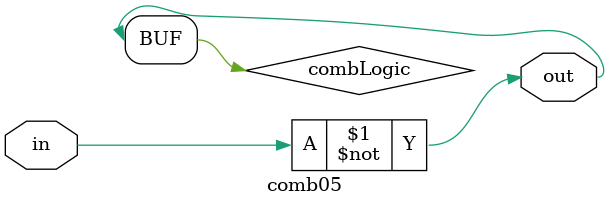
<source format=v>
module comb05 (in,out);
  // tmrg default do_not_triplicate
  // tmrg triplicate combLogic
  input in;
  output out;
  wire combLogic;
  assign combLogic = ~in;
  assign out = combLogic;
endmodule

</source>
